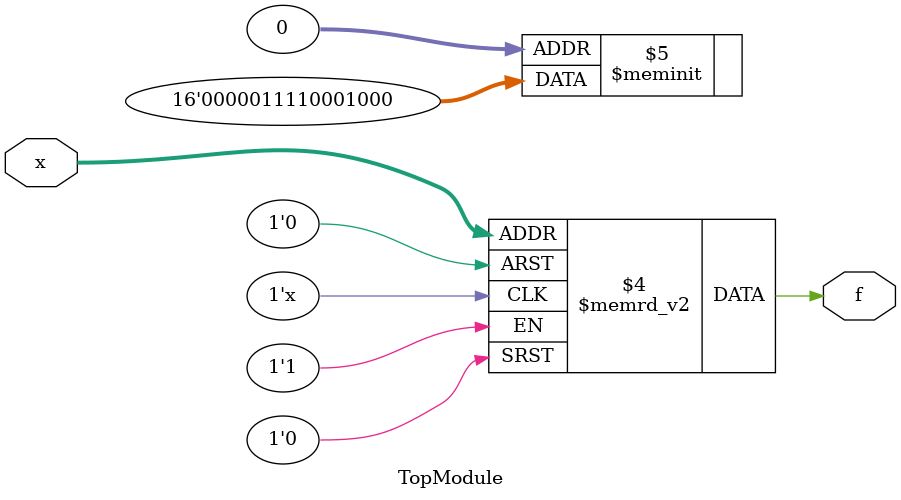
<source format=sv>
module TopModule(
    input [3:0] x,
    output logic f
);

    always @(*) begin
        case (x)
            4'b0001: f = 0;
            4'b0100: f = 0;
            4'b0110: f = 0;
            4'b1000: f = 1;
            4'b1001: f = 1;
            4'b1010: f = 1;
            4'b1100: f = 0;
            4'b0111: f = 1;
            4'b0011: f = 1;
            default: f = 0; // Handling don't-care conditions
        endcase
    end

endmodule
</source>
